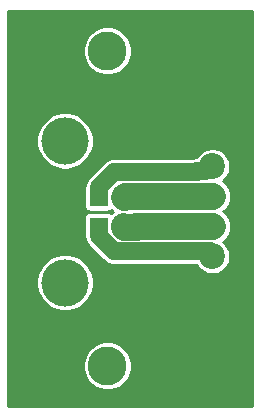
<source format=gbr>
%TF.GenerationSoftware,KiCad,Pcbnew,(5.1.6)-1*%
%TF.CreationDate,2022-04-05T12:30:06-05:00*%
%TF.ProjectId,usb_connector,7573625f-636f-46e6-9e65-63746f722e6b,rev?*%
%TF.SameCoordinates,Original*%
%TF.FileFunction,Copper,L2,Bot*%
%TF.FilePolarity,Positive*%
%FSLAX46Y46*%
G04 Gerber Fmt 4.6, Leading zero omitted, Abs format (unit mm)*
G04 Created by KiCad (PCBNEW (5.1.6)-1) date 2022-04-05 12:30:06*
%MOMM*%
%LPD*%
G01*
G04 APERTURE LIST*
%TA.AperFunction,ComponentPad*%
%ADD10C,1.600000*%
%TD*%
%TA.AperFunction,ComponentPad*%
%ADD11R,1.600000X1.600000*%
%TD*%
%TA.AperFunction,ComponentPad*%
%ADD12C,4.000000*%
%TD*%
%TA.AperFunction,ComponentPad*%
%ADD13C,2.200000*%
%TD*%
%TA.AperFunction,ViaPad*%
%ADD14C,3.300000*%
%TD*%
%TA.AperFunction,Conductor*%
%ADD15C,1.500000*%
%TD*%
%TA.AperFunction,Conductor*%
%ADD16C,2.200000*%
%TD*%
%TA.AperFunction,Conductor*%
%ADD17C,2.300000*%
%TD*%
%TA.AperFunction,NonConductor*%
%ADD18C,0.254000*%
%TD*%
G04 APERTURE END LIST*
D10*
%TO.P,J1,1*%
%TO.N,Net-(J1-Pad1)*%
X10160000Y15610000D03*
%TO.P,J1,2*%
%TO.N,Net-(J1-Pad2)*%
X10160000Y18110000D03*
D11*
%TO.P,J1,3*%
%TO.N,Net-(J1-Pad3)*%
X8160000Y18110000D03*
%TO.P,J1,4*%
%TO.N,Net-(J1-Pad4)*%
X8160000Y15610000D03*
D12*
%TO.P,J1,5*%
%TO.N,N/C*%
X5300000Y22860000D03*
X5300000Y10860000D03*
%TD*%
D13*
%TO.P,J2,1*%
%TO.N,Net-(J1-Pad3)*%
X17780000Y20700000D03*
%TO.P,J2,2*%
%TO.N,Net-(J1-Pad2)*%
X17780000Y18160000D03*
%TO.P,J2,3*%
%TO.N,Net-(J1-Pad1)*%
X17780000Y15620000D03*
%TO.P,J2,4*%
%TO.N,Net-(J1-Pad4)*%
X17780000Y13080000D03*
%TD*%
D14*
%TO.N,*%
X8890000Y30480000D03*
X8890000Y3810000D03*
%TD*%
D15*
%TO.N,Net-(J1-Pad1)*%
X17770000Y15610000D02*
X17780000Y15620000D01*
D16*
X10270001Y15620000D02*
X10260001Y15610000D01*
D17*
X11345549Y15610000D02*
X10310001Y15610000D01*
X17780000Y15620000D02*
X11355549Y15620000D01*
X11355549Y15620000D02*
X11345549Y15610000D01*
D15*
%TO.N,Net-(J1-Pad2)*%
X17730000Y18110000D02*
X17780000Y18160000D01*
D16*
X17780000Y18160000D02*
X17525000Y18160000D01*
X17525000Y18160000D02*
X17475000Y18110000D01*
D17*
X10360001Y18160000D02*
X10310001Y18110000D01*
X17780000Y18160000D02*
X10360001Y18160000D01*
D15*
%TO.N,Net-(J1-Pad3)*%
X17525000Y20700000D02*
X17145000Y20320000D01*
X17780000Y20700000D02*
X17525000Y20700000D01*
X16510000Y20320000D02*
X16450010Y20260010D01*
X17145000Y20320000D02*
X16510000Y20320000D01*
X16450010Y20260010D02*
X9490149Y20260010D01*
X8160000Y18929861D02*
X8160000Y18110000D01*
X9490149Y20260010D02*
X8160000Y18929861D01*
%TO.N,Net-(J1-Pad4)*%
X8160000Y14790139D02*
X8160000Y15610000D01*
X17780000Y13335000D02*
X17595010Y13519990D01*
X17780000Y13080000D02*
X17780000Y13335000D01*
X17585010Y13509990D02*
X9440149Y13509990D01*
X17595010Y13519990D02*
X17585010Y13509990D01*
X9440149Y13509990D02*
X8160000Y14790139D01*
%TD*%
D18*
G36*
X21138001Y452000D02*
G01*
X452000Y452000D01*
X452000Y4014567D01*
X6813000Y4014567D01*
X6813000Y3605433D01*
X6892818Y3204161D01*
X7049386Y2826171D01*
X7276689Y2485989D01*
X7565989Y2196689D01*
X7906171Y1969386D01*
X8284161Y1812818D01*
X8685433Y1733000D01*
X9094567Y1733000D01*
X9495839Y1812818D01*
X9873829Y1969386D01*
X10214011Y2196689D01*
X10503311Y2485989D01*
X10730614Y2826171D01*
X10887182Y3204161D01*
X10967000Y3605433D01*
X10967000Y4014567D01*
X10887182Y4415839D01*
X10730614Y4793829D01*
X10503311Y5134011D01*
X10214011Y5423311D01*
X9873829Y5650614D01*
X9495839Y5807182D01*
X9094567Y5887000D01*
X8685433Y5887000D01*
X8284161Y5807182D01*
X7906171Y5650614D01*
X7565989Y5423311D01*
X7276689Y5134011D01*
X7049386Y4793829D01*
X6892818Y4415839D01*
X6813000Y4014567D01*
X452000Y4014567D01*
X452000Y11099039D01*
X2873000Y11099039D01*
X2873000Y10620961D01*
X2966268Y10152070D01*
X3149221Y9710385D01*
X3414826Y9312878D01*
X3752878Y8974826D01*
X4150385Y8709221D01*
X4592070Y8526268D01*
X5060961Y8433000D01*
X5539039Y8433000D01*
X6007930Y8526268D01*
X6449615Y8709221D01*
X6847122Y8974826D01*
X7185174Y9312878D01*
X7450779Y9710385D01*
X7633732Y10152070D01*
X7727000Y10620961D01*
X7727000Y11099039D01*
X7633732Y11567930D01*
X7450779Y12009615D01*
X7185174Y12407122D01*
X6847122Y12745174D01*
X6449615Y13010779D01*
X6007930Y13193732D01*
X5539039Y13287000D01*
X5060961Y13287000D01*
X4592070Y13193732D01*
X4150385Y13010779D01*
X3752878Y12745174D01*
X3414826Y12407122D01*
X3149221Y12009615D01*
X2966268Y11567930D01*
X2873000Y11099039D01*
X452000Y11099039D01*
X452000Y18910000D01*
X6930934Y18910000D01*
X6930934Y17310000D01*
X6939178Y17226293D01*
X6963595Y17145804D01*
X7003245Y17071624D01*
X7056605Y17006605D01*
X7121624Y16953245D01*
X7195804Y16913595D01*
X7276293Y16889178D01*
X7360000Y16880934D01*
X8960000Y16880934D01*
X9043707Y16889178D01*
X9124196Y16913595D01*
X9198376Y16953245D01*
X9216025Y16967729D01*
X9347292Y16860001D01*
X9216024Y16752272D01*
X9198376Y16766755D01*
X9124196Y16806405D01*
X9043707Y16830822D01*
X8960000Y16839066D01*
X7360000Y16839066D01*
X7276293Y16830822D01*
X7195804Y16806405D01*
X7121624Y16766755D01*
X7056605Y16713395D01*
X7003245Y16648376D01*
X6963595Y16574196D01*
X6939178Y16493707D01*
X6930934Y16410000D01*
X6930934Y14810000D01*
X6939178Y14726293D01*
X6963595Y14645804D01*
X6997830Y14581755D01*
X7000031Y14559408D01*
X7067333Y14337543D01*
X7176626Y14133070D01*
X7323709Y13953848D01*
X7368623Y13916988D01*
X8567002Y12718608D01*
X8603858Y12673699D01*
X8783079Y12526616D01*
X8987552Y12417323D01*
X9187419Y12356694D01*
X9209417Y12350021D01*
X9440148Y12327296D01*
X9497960Y12332990D01*
X16442628Y12332990D01*
X16593901Y12106594D01*
X16806594Y11893901D01*
X17056694Y11726790D01*
X17334590Y11611681D01*
X17629604Y11553000D01*
X17930396Y11553000D01*
X18225410Y11611681D01*
X18503306Y11726790D01*
X18753406Y11893901D01*
X18966099Y12106594D01*
X19133210Y12356694D01*
X19248319Y12634590D01*
X19307000Y12929604D01*
X19307000Y13230396D01*
X19248319Y13525410D01*
X19133210Y13803306D01*
X18966099Y14053406D01*
X18753406Y14266099D01*
X18677724Y14316668D01*
X18900503Y14499497D01*
X19097572Y14739627D01*
X19244007Y15013588D01*
X19334182Y15310854D01*
X19364630Y15620000D01*
X19334182Y15929146D01*
X19244007Y16226412D01*
X19097572Y16500373D01*
X18900503Y16740503D01*
X18718340Y16890000D01*
X18900503Y17039497D01*
X19097572Y17279627D01*
X19244007Y17553588D01*
X19334182Y17850854D01*
X19364630Y18160000D01*
X19334182Y18469146D01*
X19244007Y18766412D01*
X19097572Y19040373D01*
X18900503Y19280503D01*
X18677724Y19463332D01*
X18753406Y19513901D01*
X18966099Y19726594D01*
X19133210Y19976694D01*
X19248319Y20254590D01*
X19307000Y20549604D01*
X19307000Y20850396D01*
X19248319Y21145410D01*
X19133210Y21423306D01*
X18966099Y21673406D01*
X18753406Y21886099D01*
X18503306Y22053210D01*
X18225410Y22168319D01*
X17930396Y22227000D01*
X17629604Y22227000D01*
X17334590Y22168319D01*
X17056694Y22053210D01*
X16806594Y21886099D01*
X16593901Y21673406D01*
X16477710Y21499514D01*
X16452188Y21497000D01*
X16279268Y21479969D01*
X16137651Y21437010D01*
X9547961Y21437010D01*
X9490149Y21442704D01*
X9432337Y21437010D01*
X9259417Y21419979D01*
X9037552Y21352677D01*
X8833079Y21243384D01*
X8722455Y21152597D01*
X8653858Y21096301D01*
X8617007Y21051398D01*
X7368622Y19803011D01*
X7323709Y19766152D01*
X7176626Y19586930D01*
X7067333Y19382457D01*
X7025629Y19244976D01*
X7000031Y19160592D01*
X6997830Y19138245D01*
X6963595Y19074196D01*
X6939178Y18993707D01*
X6930934Y18910000D01*
X452000Y18910000D01*
X452000Y23099039D01*
X2873000Y23099039D01*
X2873000Y22620961D01*
X2966268Y22152070D01*
X3149221Y21710385D01*
X3414826Y21312878D01*
X3752878Y20974826D01*
X4150385Y20709221D01*
X4592070Y20526268D01*
X5060961Y20433000D01*
X5539039Y20433000D01*
X6007930Y20526268D01*
X6449615Y20709221D01*
X6847122Y20974826D01*
X7185174Y21312878D01*
X7450779Y21710385D01*
X7633732Y22152070D01*
X7727000Y22620961D01*
X7727000Y23099039D01*
X7633732Y23567930D01*
X7450779Y24009615D01*
X7185174Y24407122D01*
X6847122Y24745174D01*
X6449615Y25010779D01*
X6007930Y25193732D01*
X5539039Y25287000D01*
X5060961Y25287000D01*
X4592070Y25193732D01*
X4150385Y25010779D01*
X3752878Y24745174D01*
X3414826Y24407122D01*
X3149221Y24009615D01*
X2966268Y23567930D01*
X2873000Y23099039D01*
X452000Y23099039D01*
X452000Y30684567D01*
X6813000Y30684567D01*
X6813000Y30275433D01*
X6892818Y29874161D01*
X7049386Y29496171D01*
X7276689Y29155989D01*
X7565989Y28866689D01*
X7906171Y28639386D01*
X8284161Y28482818D01*
X8685433Y28403000D01*
X9094567Y28403000D01*
X9495839Y28482818D01*
X9873829Y28639386D01*
X10214011Y28866689D01*
X10503311Y29155989D01*
X10730614Y29496171D01*
X10887182Y29874161D01*
X10967000Y30275433D01*
X10967000Y30684567D01*
X10887182Y31085839D01*
X10730614Y31463829D01*
X10503311Y31804011D01*
X10214011Y32093311D01*
X9873829Y32320614D01*
X9495839Y32477182D01*
X9094567Y32557000D01*
X8685433Y32557000D01*
X8284161Y32477182D01*
X7906171Y32320614D01*
X7565989Y32093311D01*
X7276689Y31804011D01*
X7049386Y31463829D01*
X6892818Y31085839D01*
X6813000Y30684567D01*
X452000Y30684567D01*
X452000Y33838000D01*
X21138000Y33838000D01*
X21138001Y452000D01*
G37*
X21138001Y452000D02*
X452000Y452000D01*
X452000Y4014567D01*
X6813000Y4014567D01*
X6813000Y3605433D01*
X6892818Y3204161D01*
X7049386Y2826171D01*
X7276689Y2485989D01*
X7565989Y2196689D01*
X7906171Y1969386D01*
X8284161Y1812818D01*
X8685433Y1733000D01*
X9094567Y1733000D01*
X9495839Y1812818D01*
X9873829Y1969386D01*
X10214011Y2196689D01*
X10503311Y2485989D01*
X10730614Y2826171D01*
X10887182Y3204161D01*
X10967000Y3605433D01*
X10967000Y4014567D01*
X10887182Y4415839D01*
X10730614Y4793829D01*
X10503311Y5134011D01*
X10214011Y5423311D01*
X9873829Y5650614D01*
X9495839Y5807182D01*
X9094567Y5887000D01*
X8685433Y5887000D01*
X8284161Y5807182D01*
X7906171Y5650614D01*
X7565989Y5423311D01*
X7276689Y5134011D01*
X7049386Y4793829D01*
X6892818Y4415839D01*
X6813000Y4014567D01*
X452000Y4014567D01*
X452000Y11099039D01*
X2873000Y11099039D01*
X2873000Y10620961D01*
X2966268Y10152070D01*
X3149221Y9710385D01*
X3414826Y9312878D01*
X3752878Y8974826D01*
X4150385Y8709221D01*
X4592070Y8526268D01*
X5060961Y8433000D01*
X5539039Y8433000D01*
X6007930Y8526268D01*
X6449615Y8709221D01*
X6847122Y8974826D01*
X7185174Y9312878D01*
X7450779Y9710385D01*
X7633732Y10152070D01*
X7727000Y10620961D01*
X7727000Y11099039D01*
X7633732Y11567930D01*
X7450779Y12009615D01*
X7185174Y12407122D01*
X6847122Y12745174D01*
X6449615Y13010779D01*
X6007930Y13193732D01*
X5539039Y13287000D01*
X5060961Y13287000D01*
X4592070Y13193732D01*
X4150385Y13010779D01*
X3752878Y12745174D01*
X3414826Y12407122D01*
X3149221Y12009615D01*
X2966268Y11567930D01*
X2873000Y11099039D01*
X452000Y11099039D01*
X452000Y18910000D01*
X6930934Y18910000D01*
X6930934Y17310000D01*
X6939178Y17226293D01*
X6963595Y17145804D01*
X7003245Y17071624D01*
X7056605Y17006605D01*
X7121624Y16953245D01*
X7195804Y16913595D01*
X7276293Y16889178D01*
X7360000Y16880934D01*
X8960000Y16880934D01*
X9043707Y16889178D01*
X9124196Y16913595D01*
X9198376Y16953245D01*
X9216025Y16967729D01*
X9347292Y16860001D01*
X9216024Y16752272D01*
X9198376Y16766755D01*
X9124196Y16806405D01*
X9043707Y16830822D01*
X8960000Y16839066D01*
X7360000Y16839066D01*
X7276293Y16830822D01*
X7195804Y16806405D01*
X7121624Y16766755D01*
X7056605Y16713395D01*
X7003245Y16648376D01*
X6963595Y16574196D01*
X6939178Y16493707D01*
X6930934Y16410000D01*
X6930934Y14810000D01*
X6939178Y14726293D01*
X6963595Y14645804D01*
X6997830Y14581755D01*
X7000031Y14559408D01*
X7067333Y14337543D01*
X7176626Y14133070D01*
X7323709Y13953848D01*
X7368623Y13916988D01*
X8567002Y12718608D01*
X8603858Y12673699D01*
X8783079Y12526616D01*
X8987552Y12417323D01*
X9187419Y12356694D01*
X9209417Y12350021D01*
X9440148Y12327296D01*
X9497960Y12332990D01*
X16442628Y12332990D01*
X16593901Y12106594D01*
X16806594Y11893901D01*
X17056694Y11726790D01*
X17334590Y11611681D01*
X17629604Y11553000D01*
X17930396Y11553000D01*
X18225410Y11611681D01*
X18503306Y11726790D01*
X18753406Y11893901D01*
X18966099Y12106594D01*
X19133210Y12356694D01*
X19248319Y12634590D01*
X19307000Y12929604D01*
X19307000Y13230396D01*
X19248319Y13525410D01*
X19133210Y13803306D01*
X18966099Y14053406D01*
X18753406Y14266099D01*
X18677724Y14316668D01*
X18900503Y14499497D01*
X19097572Y14739627D01*
X19244007Y15013588D01*
X19334182Y15310854D01*
X19364630Y15620000D01*
X19334182Y15929146D01*
X19244007Y16226412D01*
X19097572Y16500373D01*
X18900503Y16740503D01*
X18718340Y16890000D01*
X18900503Y17039497D01*
X19097572Y17279627D01*
X19244007Y17553588D01*
X19334182Y17850854D01*
X19364630Y18160000D01*
X19334182Y18469146D01*
X19244007Y18766412D01*
X19097572Y19040373D01*
X18900503Y19280503D01*
X18677724Y19463332D01*
X18753406Y19513901D01*
X18966099Y19726594D01*
X19133210Y19976694D01*
X19248319Y20254590D01*
X19307000Y20549604D01*
X19307000Y20850396D01*
X19248319Y21145410D01*
X19133210Y21423306D01*
X18966099Y21673406D01*
X18753406Y21886099D01*
X18503306Y22053210D01*
X18225410Y22168319D01*
X17930396Y22227000D01*
X17629604Y22227000D01*
X17334590Y22168319D01*
X17056694Y22053210D01*
X16806594Y21886099D01*
X16593901Y21673406D01*
X16477710Y21499514D01*
X16452188Y21497000D01*
X16279268Y21479969D01*
X16137651Y21437010D01*
X9547961Y21437010D01*
X9490149Y21442704D01*
X9432337Y21437010D01*
X9259417Y21419979D01*
X9037552Y21352677D01*
X8833079Y21243384D01*
X8722455Y21152597D01*
X8653858Y21096301D01*
X8617007Y21051398D01*
X7368622Y19803011D01*
X7323709Y19766152D01*
X7176626Y19586930D01*
X7067333Y19382457D01*
X7025629Y19244976D01*
X7000031Y19160592D01*
X6997830Y19138245D01*
X6963595Y19074196D01*
X6939178Y18993707D01*
X6930934Y18910000D01*
X452000Y18910000D01*
X452000Y23099039D01*
X2873000Y23099039D01*
X2873000Y22620961D01*
X2966268Y22152070D01*
X3149221Y21710385D01*
X3414826Y21312878D01*
X3752878Y20974826D01*
X4150385Y20709221D01*
X4592070Y20526268D01*
X5060961Y20433000D01*
X5539039Y20433000D01*
X6007930Y20526268D01*
X6449615Y20709221D01*
X6847122Y20974826D01*
X7185174Y21312878D01*
X7450779Y21710385D01*
X7633732Y22152070D01*
X7727000Y22620961D01*
X7727000Y23099039D01*
X7633732Y23567930D01*
X7450779Y24009615D01*
X7185174Y24407122D01*
X6847122Y24745174D01*
X6449615Y25010779D01*
X6007930Y25193732D01*
X5539039Y25287000D01*
X5060961Y25287000D01*
X4592070Y25193732D01*
X4150385Y25010779D01*
X3752878Y24745174D01*
X3414826Y24407122D01*
X3149221Y24009615D01*
X2966268Y23567930D01*
X2873000Y23099039D01*
X452000Y23099039D01*
X452000Y30684567D01*
X6813000Y30684567D01*
X6813000Y30275433D01*
X6892818Y29874161D01*
X7049386Y29496171D01*
X7276689Y29155989D01*
X7565989Y28866689D01*
X7906171Y28639386D01*
X8284161Y28482818D01*
X8685433Y28403000D01*
X9094567Y28403000D01*
X9495839Y28482818D01*
X9873829Y28639386D01*
X10214011Y28866689D01*
X10503311Y29155989D01*
X10730614Y29496171D01*
X10887182Y29874161D01*
X10967000Y30275433D01*
X10967000Y30684567D01*
X10887182Y31085839D01*
X10730614Y31463829D01*
X10503311Y31804011D01*
X10214011Y32093311D01*
X9873829Y32320614D01*
X9495839Y32477182D01*
X9094567Y32557000D01*
X8685433Y32557000D01*
X8284161Y32477182D01*
X7906171Y32320614D01*
X7565989Y32093311D01*
X7276689Y31804011D01*
X7049386Y31463829D01*
X6892818Y31085839D01*
X6813000Y30684567D01*
X452000Y30684567D01*
X452000Y33838000D01*
X21138000Y33838000D01*
X21138001Y452000D01*
M02*

</source>
